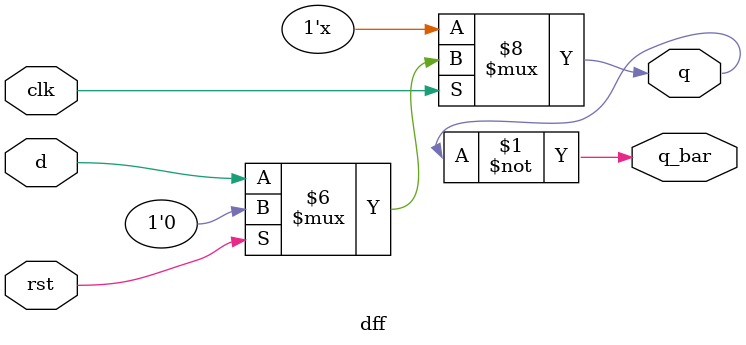
<source format=v>
`timescale 1ns / 1ps
 module dff (q, q_bar, clk, d, rst);
  input clk, d, rst;
  output q, q_bar;
  reg q;    //Here q is defined as reg ,,as we are assigning some values to q.
  assign q_bar = ~q;
  
  always @(*) begin
  if (clk == 1) begin
     if (rst == 1'b1) begin
       q <= 0;
     end else  begin
    q <= d;
     end 
  end
  end 
endmodule  
</source>
